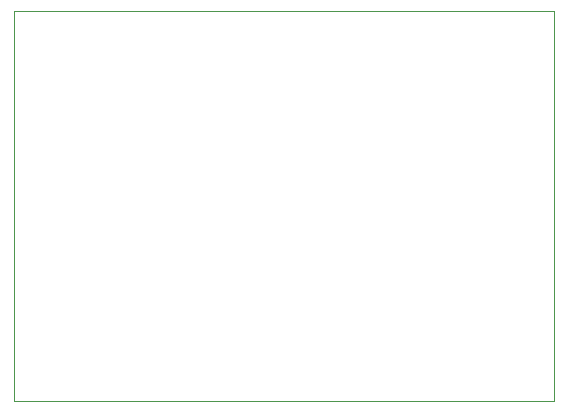
<source format=gbr>
%TF.GenerationSoftware,KiCad,Pcbnew,7.0.7*%
%TF.CreationDate,2023-08-20T03:56:39-07:00*%
%TF.ProjectId,Trial1,54726961-6c31-42e6-9b69-6361645f7063,rev?*%
%TF.SameCoordinates,Original*%
%TF.FileFunction,Profile,NP*%
%FSLAX46Y46*%
G04 Gerber Fmt 4.6, Leading zero omitted, Abs format (unit mm)*
G04 Created by KiCad (PCBNEW 7.0.7) date 2023-08-20 03:56:39*
%MOMM*%
%LPD*%
G01*
G04 APERTURE LIST*
%TA.AperFunction,Profile*%
%ADD10C,0.100000*%
%TD*%
G04 APERTURE END LIST*
D10*
X109220000Y-86360000D02*
X154940000Y-86360000D01*
X154940000Y-119380000D01*
X109220000Y-119380000D01*
X109220000Y-86360000D01*
M02*

</source>
